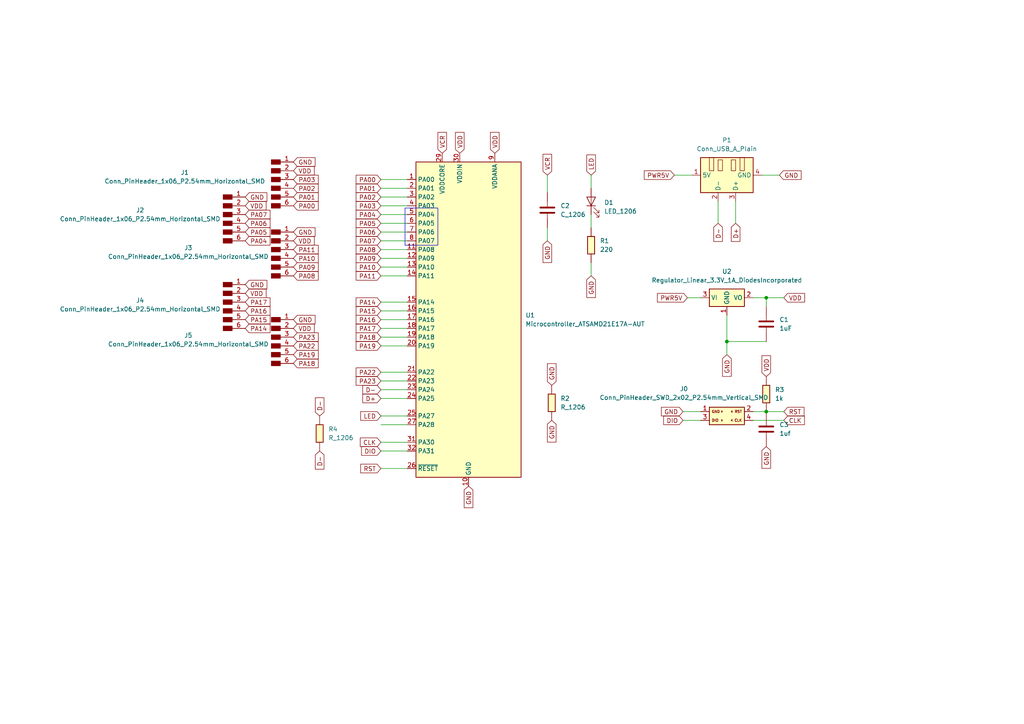
<source format=kicad_sch>
(kicad_sch (version 20231120) (generator "eeschema") (generator_version "8.0")
  (paper "A4")
  (lib_symbols
    (symbol "fab:C_1206" (pin_numbers hide)
      (property "Reference" "C" (at 0.635 2.54 0))
      (property "Value" "C_1206" (at 0.635 -2.54 0))
      (symbol "C_1206_0_1"
        (polyline (pts (xy -2.032 -0.762) (xy 2.032 -0.762)) (stroke (width 0.508)))
        (polyline (pts (xy -2.032 0.762) (xy 2.032 0.762)) (stroke (width 0.508)))
        (polyline (pts (xy 0 -0.635) (xy 0 -2.54)))
        (polyline (pts (xy 0 0.635) (xy 0 2.54)))
      )
      (symbol "C_1206_1_1"
        (pin passive line (at 0 5.08 270) (length 2.54) (name "~") (number "1"))
        (pin passive line (at 0 -5.08 90) (length 2.54) (name "~") (number "2"))
      )
    )
    (symbol "fab:Conn_PinHeader_1x06_P2.54mm_Horizontal_SMD" (pin_names hide)
      (property "Reference" "J" (at 0 7.62 0))
      (property "Value" "Conn_PinHeader_1x06_P2.54mm_Horizontal_SMD" (at 0 -10.16 0))
      (symbol "Conn_PinHeader_1x06_P2.54mm_Horizontal_SMD_1_1"
        (rectangle (start -1.27 -6.985) (end 1.27 -8.255) (stroke (width 0.254)) (fill (type outline)))
        (rectangle (start -1.27 -4.445) (end 1.27 -5.715) (stroke (width 0.254)) (fill (type outline)))
        (rectangle (start -1.27 -1.905) (end 1.27 -3.175) (stroke (width 0.254)) (fill (type outline)))
        (rectangle (start -1.27 0.635) (end 1.27 -0.635) (stroke (width 0.254)) (fill (type outline)))
        (rectangle (start -1.27 3.175) (end 1.27 1.905) (stroke (width 0.254)) (fill (type outline)))
        (rectangle (start -1.27 5.715) (end 1.27 4.445) (stroke (width 0.254)) (fill (type outline)))
        (pin passive line (at 5.08 5.08 180) (length 3.81) (name "Pin_1") (number "1"))
        (pin passive line (at 5.08 2.54 180) (length 3.81) (name "Pin_2") (number "2"))
        (pin passive line (at 5.08 0 180) (length 3.81) (name "Pin_3") (number "3"))
        (pin passive line (at 5.08 -2.54 180) (length 3.81) (name "Pin_4") (number "4"))
        (pin passive line (at 5.08 -5.08 180) (length 3.81) (name "Pin_5") (number "5"))
        (pin passive line (at 5.08 -7.62 180) (length 3.81) (name "Pin_6") (number "6"))
      )
    )
    (symbol "fab:Conn_PinHeader_SWD_2x02_P2.54mm_Vertical_SMD"
      (property "Reference" "J" (at 0 3.81 0))
      (property "Value" "Conn_PinHeader_SWD_2x02_P2.54mm_Vertical_SMD" (at 0 -3.81 0))
      (symbol "Conn_PinHeader_SWD_2x02_P2.54mm_Vertical_SMD_0_0"
        (text "CLK" (at 4.445 -1.27 0) (effects (font (size 0.75 0.75)) (justify right)))
        (text "DIO" (at -4.445 -1.27 0) (effects (font (size 0.75 0.75)) (justify left)))
        (text "GND" (at -4.445 1.27 0) (effects (font (size 0.75 0.75)) (justify left)))
        (text "RST" (at 4.445 1.27 0) (effects (font (size 0.75 0.75)) (justify right)))
      )
      (symbol "Conn_PinHeader_SWD_2x02_P2.54mm_Vertical_SMD_0_1"
        (polyline (pts (xy -1.524 -1.016) (xy -1.27 -1.27) (xy -1.524 -1.524) (xy -1.524 -1.016)) (fill (type outline)))
        (polyline (pts (xy -1.524 1.524) (xy -1.27 1.27) (xy -1.524 1.016) (xy -1.524 1.524)) (fill (type outline)))
        (polyline (pts (xy 1.524 -1.016) (xy 1.27 -1.27) (xy 1.524 -1.524) (xy 1.524 -1.016)) (fill (type outline)))
        (polyline (pts (xy 1.524 1.524) (xy 1.27 1.27) (xy 1.524 1.016) (xy 1.524 1.524)) (fill (type outline)))
      )
      (symbol "Conn_PinHeader_SWD_2x02_P2.54mm_Vertical_SMD_1_1"
        (rectangle (start -5.08 2.54) (end 5.08 -2.54) (stroke (width 0.254)) (fill (type background)))
        (pin passive line (at -7.62 1.27 0) (length 2.54) (name "") (number "1"))
        (pin passive line (at 7.62 1.27 180) (length 2.54) (name "") (number "2"))
        (pin passive line (at -7.62 -1.27 0) (length 2.54) (name "") (number "3"))
        (pin passive line (at 7.62 -1.27 180) (length 2.54) (name "") (number "4"))
      )
    )
    (symbol "fab:Conn_USB_A_Plain"
      (property "Reference" "P" (at -5.08 8.89 0))
      (property "Value" "Conn_USB_A_Plain" (at 1.27 8.89 0))
      (symbol "Conn_USB_A_Plain_0_1"
        (rectangle (start -5.08 7.62) (end 5.08 -7.62) (stroke (width 0.254)) (fill (type background)))
        (rectangle (start 1.27 -3.81) (end 5.08 -5.08))
        (rectangle (start 1.27 -1.27) (end 4.445 -2.54))
        (rectangle (start 1.27 2.54) (end 4.445 1.27))
        (rectangle (start 1.27 5.08) (end 5.08 3.81))
      )
      (symbol "Conn_USB_A_Plain_1_1"
        (pin power_in line (at 0 10.16 270) (length 2.54) (name "5V") (number "1"))
        (pin bidirectional line (at -7.62 2.54 0) (length 2.54) (name "D-") (number "2"))
        (pin bidirectional line (at -7.62 -2.54 0) (length 2.54) (name "D+") (number "3"))
        (pin power_in line (at 0 -10.16 90) (length 2.54) (name "GND") (number "4"))
      )
    )
    (symbol "fab:LED_1206" (pin_numbers hide) (pin_names (offset 1.016) hide)
      (property "Reference" "D" (at 0 2.54 0))
      (property "Value" "LED_1206" (at 0 -2.54 0))
      (symbol "LED_1206_0_1"
        (polyline (pts (xy -1.27 -1.27) (xy -1.27 1.27)) (stroke (width 0.2032)))
        (polyline (pts (xy -1.27 0) (xy 1.27 0)))
        (polyline (pts (xy 1.27 -1.27) (xy 1.27 1.27) (xy -1.27 0) (xy 1.27 -1.27)) (stroke (width 0.2032)))
        (polyline (pts (xy -3.048 -0.762) (xy -4.572 -2.286) (xy -3.81 -2.286) (xy -4.572 -2.286) (xy -4.572 -1.524)))
        (polyline (pts (xy -1.778 -0.762) (xy -3.302 -2.286) (xy -2.54 -2.286) (xy -3.302 -2.286) (xy -3.302 -1.524)))
      )
      (symbol "LED_1206_1_1"
        (pin passive line (at -3.81 0 0) (length 2.54) (name "K") (number "1"))
        (pin passive line (at 3.81 0 180) (length 2.54) (name "A") (number "2"))
      )
    )
    (symbol "fab:Microcontroller_ATSAMD21E17A-AUT"
      (property "Reference" "U" (at -13.97 46.99 0))
      (property "Value" "Microcontroller_ATSAMD21E17A-AUT" (at 16.51 46.99 0))
      (symbol "Microcontroller_ATSAMD21E17A-AUT_1_1"
        (rectangle (start -15.24 45.72) (end 15.24 -45.72) (stroke (width 0.254)) (fill (type background)))
        (pin bidirectional line (at -17.78 40.64 0) (length 2.54) (name "PA00") (number "1"))
        (pin power_in line (at 0 -48.26 90) (length 2.54) (name "GND") (number "10"))
        (pin bidirectional line (at -17.78 20.32 0) (length 2.54) (name "PA08") (number "11"))
        (pin bidirectional line (at -17.78 17.78 0) (length 2.54) (name "PA09") (number "12"))
        (pin bidirectional line (at -17.78 15.24 0) (length 2.54) (name "PA10") (number "13"))
        (pin bidirectional line (at -17.78 12.7 0) (length 2.54) (name "PA11") (number "14"))
        (pin bidirectional line (at -17.78 5.08 0) (length 2.54) (name "PA14") (number "15"))
        (pin bidirectional line (at -17.78 2.54 0) (length 2.54) (name "PA15") (number "16"))
        (pin bidirectional line (at -17.78 0 0) (length 2.54) (name "PA16") (number "17"))
        (pin bidirectional line (at -17.78 -2.54 0) (length 2.54) (name "PA17") (number "18"))
        (pin bidirectional line (at -17.78 -5.08 0) (length 2.54) (name "PA18") (number "19"))
        (pin bidirectional line (at -17.78 38.1 0) (length 2.54) (name "PA01") (number "2"))
        (pin bidirectional line (at -17.78 -7.62 0) (length 2.54) (name "PA19") (number "20"))
        (pin bidirectional line (at -17.78 -15.24 0) (length 2.54) (name "PA22") (number "21"))
        (pin bidirectional line (at -17.78 -17.78 0) (length 2.54) (name "PA23") (number "22"))
        (pin bidirectional line (at -17.78 -20.32 0) (length 2.54) (name "PA24") (number "23"))
        (pin bidirectional line (at -17.78 -22.86 0) (length 2.54) (name "PA25") (number "24"))
        (pin bidirectional line (at -17.78 -27.94 0) (length 2.54) (name "PA27") (number "25"))
        (pin input line (at -17.78 -43.18 0) (length 2.54) (name "~{RESET}") (number "26"))
        (pin bidirectional line (at -17.78 -30.48 0) (length 2.54) (name "PA28") (number "27"))
        (pin passive line (at 0 -48.26 90) (length 2.54) hide (name "GND") (number "28"))
        (pin power_out line (at -7.62 48.26 270) (length 2.54) (name "VDDCORE") (number "29"))
        (pin bidirectional line (at -17.78 35.56 0) (length 2.54) (name "PA02") (number "3"))
        (pin power_in line (at -2.54 48.26 270) (length 2.54) (name "VDDIN") (number "30"))
        (pin bidirectional line (at -17.78 -35.56 0) (length 2.54) (name "PA30") (number "31"))
        (pin bidirectional line (at -17.78 -38.1 0) (length 2.54) (name "PA31") (number "32"))
        (pin bidirectional line (at -17.78 33.02 0) (length 2.54) (name "PA03") (number "4"))
        (pin bidirectional line (at -17.78 30.48 0) (length 2.54) (name "PA04") (number "5"))
        (pin bidirectional line (at -17.78 27.94 0) (length 2.54) (name "PA05") (number "6"))
        (pin bidirectional line (at -17.78 25.4 0) (length 2.54) (name "PA06") (number "7"))
        (pin bidirectional line (at -17.78 22.86 0) (length 2.54) (name "PA07") (number "8"))
        (pin power_in line (at 7.62 48.26 270) (length 2.54) (name "VDDANA") (number "9"))
      )
    )
    (symbol "fab:R_1206" (pin_numbers hide) (pin_names (offset 0))
      (property "Reference" "R" (at 2.54 0 90))
      (property "Value" "R_1206" (at -2.54 0 90))
      (symbol "R_1206_0_1"
        (rectangle (start -1.016 -2.54) (end 1.016 2.54) (stroke (width 0.254)) (fill (type background)))
      )
      (symbol "R_1206_1_1"
        (pin passive line (at 0 5.08 270) (length 2.54) (name "~") (number "1"))
        (pin passive line (at 0 -5.08 90) (length 2.54) (name "~") (number "2"))
      )
    )
    (symbol "fab:Regulator_Linear_3.3V_1A_DiodesIncorporated"
      (property "Reference" "U" (at -5.08 6.35 0))
      (property "Value" "Regulator_Linear_3.3V_1A_DiodesIncorporated" (at -5.08 3.81 0))
      (symbol "Regulator_Linear_3.3V_1A_DiodesIncorporated_0_1"
        (rectangle (start -5.08 2.54) (end 5.08 -2.54) (stroke (width 0.254)) (fill (type background)))
      )
      (symbol "Regulator_Linear_3.3V_1A_DiodesIncorporated_1_1"
        (pin power_in line (at 0 -5.08 90) (length 2.54) (name "GND") (number "1"))
        (pin power_out line (at 7.62 0 180) (length 2.54) (name "VO") (number "2"))
        (pin power_in line (at -7.62 0 0) (length 2.54) (name "VI") (number "3"))
      )
    )
  )
  (junction (at 222.25 119.38))
  (junction (at 222.25 86.36))
  (junction (at 210.82 99.06))
  (wire (pts (xy 195.58 50.8) (xy 200.66 50.8)))
  (wire (pts (xy 158.75 50.8) (xy 158.75 55.88)))
  (wire (pts (xy 218.44 86.36) (xy 222.25 86.36)))
  (wire (pts (xy 110.49 92.71) (xy 118.11 92.71)))
  (wire (pts (xy 199.39 86.36) (xy 203.2 86.36)))
  (wire (pts (xy 110.49 95.25) (xy 118.11 95.25)))
  (wire (pts (xy 220.98 50.8) (xy 226.06 50.8)))
  (wire (pts (xy 110.49 72.39) (xy 118.11 72.39)))
  (wire (pts (xy 110.49 69.85) (xy 118.11 69.85)))
  (wire (pts (xy 110.49 54.61) (xy 118.11 54.61)))
  (wire (pts (xy 222.25 86.36) (xy 227.33 86.36)))
  (wire (pts (xy 110.49 97.79) (xy 118.11 97.79)))
  (wire (pts (xy 110.49 59.69) (xy 118.11 59.69)))
  (wire (pts (xy 171.45 62.23) (xy 171.45 66.04)))
  (wire (pts (xy 218.44 119.38) (xy 222.25 119.38)))
  (wire (pts (xy 110.49 80.01) (xy 118.11 80.01)))
  (wire (pts (xy 110.49 107.95) (xy 118.11 107.95)))
  (wire (pts (xy 171.45 76.2) (xy 171.45 80.01)))
  (wire (pts (xy 110.49 115.57) (xy 118.11 115.57)))
  (wire (pts (xy 171.45 50.8) (xy 171.45 54.61)))
  (wire (pts (xy 110.49 64.77) (xy 118.11 64.77)))
  (wire (pts (xy 158.75 66.04) (xy 158.75 69.85)))
  (wire (pts (xy 222.25 86.36) (xy 222.25 88.9)))
  (wire (pts (xy 198.12 119.38) (xy 203.2 119.38)))
  (wire (pts (xy 110.49 113.03) (xy 118.11 113.03)))
  (wire (pts (xy 110.49 120.65) (xy 118.11 120.65)))
  (wire (pts (xy 110.49 130.81) (xy 118.11 130.81)))
  (wire (pts (xy 110.49 128.27) (xy 118.11 128.27)))
  (wire (pts (xy 210.82 99.06) (xy 222.25 99.06)))
  (wire (pts (xy 218.44 121.92) (xy 227.33 121.92)))
  (wire (pts (xy 110.49 57.15) (xy 118.11 57.15)))
  (wire (pts (xy 198.12 121.92) (xy 203.2 121.92)))
  (wire (pts (xy 222.25 119.38) (xy 227.33 119.38)))
  (wire (pts (xy 110.49 123.19) (xy 118.11 123.19)))
  (wire (pts (xy 210.82 99.06) (xy 210.82 102.87)))
  (wire (pts (xy 208.28 58.42) (xy 208.28 64.77)))
  (wire (pts (xy 110.49 77.47) (xy 118.11 77.47)))
  (wire (pts (xy 110.49 135.89) (xy 118.11 135.89)))
  (wire (pts (xy 213.36 58.42) (xy 213.36 64.77)))
  (wire (pts (xy 110.49 67.31) (xy 118.11 67.31)))
  (wire (pts (xy 110.49 100.33) (xy 118.11 100.33)))
  (wire (pts (xy 110.49 74.93) (xy 118.11 74.93)))
  (wire (pts (xy 210.82 91.44) (xy 210.82 99.06)))
  (wire (pts (xy 110.49 90.17) (xy 118.11 90.17)))
  (wire (pts (xy 110.49 110.49) (xy 118.11 110.49)))
  (wire (pts (xy 110.49 52.07) (xy 118.11 52.07)))
  (wire (pts (xy 110.49 87.63) (xy 118.11 87.63)))
  (wire (pts (xy 110.49 62.23) (xy 118.11 62.23)))
  (rectangle (start 117.475 60.325) (end 127 71.12))
  (global_label "PA10" (shape input) (at 85.09 74.93 0) (property "Intersheetrefs" "${INTERSHEET_REFS}" (effects (hide yes))))
  (global_label "GND" (shape input) (at 226.06 50.8 0) (property "Intersheetrefs" "${INTERSHEET_REFS}" (effects (hide yes))))
  (global_label "GND" (shape input) (at 71.12 82.55 0) (property "Intersheetrefs" "${INTERSHEET_REFS}" (effects (hide yes))))
  (global_label "PA08" (shape input) (at 85.09 80.01 0) (property "Intersheetrefs" "${INTERSHEET_REFS}" (effects (hide yes))))
  (global_label "GND" (shape input) (at 171.45 80.01 270) (property "Intersheetrefs" "${INTERSHEET_REFS}" (effects (hide yes))))
  (global_label "PWR5V" (shape input) (at 199.39 86.36 180) (property "Intersheetrefs" "${INTERSHEET_REFS}" (effects (hide yes))))
  (global_label "PA19" (shape input) (at 85.09 102.87 0) (property "Intersheetrefs" "${INTERSHEET_REFS}" (effects (hide yes))))
  (global_label "GND" (shape input) (at 135.89 140.97 270) (property "Intersheetrefs" "${INTERSHEET_REFS}" (effects (hide yes))))
  (global_label "CLK" (shape input) (at 227.33 121.92 0) (property "Intersheetrefs" "${INTERSHEET_REFS}" (effects (hide yes))))
  (global_label "PA19" (shape input) (at 110.49 100.33 180) (property "Intersheetrefs" "${INTERSHEET_REFS}" (effects (hide yes))))
  (global_label "PA06" (shape input) (at 71.12 64.77 0) (property "Intersheetrefs" "${INTERSHEET_REFS}" (effects (hide yes))))
  (global_label "GND" (shape input) (at 222.25 129.54 270) (property "Intersheetrefs" "${INTERSHEET_REFS}" (effects (hide yes))))
  (global_label "PA17" (shape input) (at 71.12 87.63 0) (property "Intersheetrefs" "${INTERSHEET_REFS}" (effects (hide yes))))
  (global_label "PA06" (shape input) (at 110.49 67.31 180) (property "Intersheetrefs" "${INTERSHEET_REFS}" (effects (hide yes))))
  (global_label "PA05" (shape input) (at 110.49 64.77 180) (property "Intersheetrefs" "${INTERSHEET_REFS}" (effects (hide yes))))
  (global_label "PA02" (shape input) (at 85.09 54.61 0) (property "Intersheetrefs" "${INTERSHEET_REFS}" (effects (hide yes))))
  (global_label "VDD" (shape input) (at 85.09 49.53 0) (property "Intersheetrefs" "${INTERSHEET_REFS}" (effects (hide yes))))
  (global_label "VDD" (shape input) (at 71.12 85.09 0) (property "Intersheetrefs" "${INTERSHEET_REFS}" (effects (hide yes))))
  (global_label "VDD" (shape input) (at 143.51 44.45 90) (property "Intersheetrefs" "${INTERSHEET_REFS}" (effects (hide yes))))
  (global_label "PA00" (shape input) (at 110.49 52.07 180) (property "Intersheetrefs" "${INTERSHEET_REFS}" (effects (hide yes))))
  (global_label "D-" (shape input) (at 92.71 120.65 90) (property "Intersheetrefs" "${INTERSHEET_REFS}" (effects (hide yes))))
  (global_label "RST" (shape input) (at 227.33 119.38 0) (property "Intersheetrefs" "${INTERSHEET_REFS}" (effects (hide yes))))
  (global_label "PA00" (shape input) (at 85.09 59.69 0) (property "Intersheetrefs" "${INTERSHEET_REFS}" (effects (hide yes))))
  (global_label "PA18" (shape input) (at 85.09 105.41 0) (property "Intersheetrefs" "${INTERSHEET_REFS}" (effects (hide yes))))
  (global_label "VDD" (shape input) (at 227.33 86.36 0) (property "Intersheetrefs" "${INTERSHEET_REFS}" (effects (hide yes))))
  (global_label "PA04" (shape input) (at 110.49 62.23 180) (property "Intersheetrefs" "${INTERSHEET_REFS}" (effects (hide yes))))
  (global_label "VDD" (shape input) (at 85.09 95.25 0) (property "Intersheetrefs" "${INTERSHEET_REFS}" (effects (hide yes))))
  (global_label "PA16" (shape input) (at 71.12 90.17 0) (property "Intersheetrefs" "${INTERSHEET_REFS}" (effects (hide yes))))
  (global_label "PA15" (shape input) (at 71.12 92.71 0) (property "Intersheetrefs" "${INTERSHEET_REFS}" (effects (hide yes))))
  (global_label "RST" (shape input) (at 110.49 135.89 180) (property "Intersheetrefs" "${INTERSHEET_REFS}" (effects (hide yes))))
  (global_label "PA23" (shape input) (at 85.09 97.79 0) (property "Intersheetrefs" "${INTERSHEET_REFS}" (effects (hide yes))))
  (global_label "LED" (shape input) (at 171.45 50.8 90) (property "Intersheetrefs" "${INTERSHEET_REFS}" (effects (hide yes))))
  (global_label "PA09" (shape input) (at 85.09 77.47 0) (property "Intersheetrefs" "${INTERSHEET_REFS}" (effects (hide yes))))
  (global_label "VCR" (shape input) (at 128.27 44.45 90) (property "Intersheetrefs" "${INTERSHEET_REFS}" (effects (hide yes))))
  (global_label "PA14" (shape input) (at 71.12 95.25 0) (property "Intersheetrefs" "${INTERSHEET_REFS}" (effects (hide yes))))
  (global_label "GND" (shape input) (at 71.12 57.15 0) (property "Intersheetrefs" "${INTERSHEET_REFS}" (effects (hide yes))))
  (global_label "DIO" (shape input) (at 198.12 121.92 180) (property "Intersheetrefs" "${INTERSHEET_REFS}" (effects (hide yes))))
  (global_label "VCR" (shape input) (at 158.75 50.8 90) (property "Intersheetrefs" "${INTERSHEET_REFS}" (effects (hide yes))))
  (global_label "VDD" (shape input) (at 85.09 69.85 0) (property "Intersheetrefs" "${INTERSHEET_REFS}" (effects (hide yes))))
  (global_label "PA18" (shape input) (at 110.49 97.79 180) (property "Intersheetrefs" "${INTERSHEET_REFS}" (effects (hide yes))))
  (global_label "LED" (shape input) (at 110.49 120.65 180) (property "Intersheetrefs" "${INTERSHEET_REFS}" (effects (hide yes))))
  (global_label "CLK" (shape input) (at 110.49 128.27 180) (property "Intersheetrefs" "${INTERSHEET_REFS}" (effects (hide yes))))
  (global_label "PA07" (shape input) (at 110.49 69.85 180) (property "Intersheetrefs" "${INTERSHEET_REFS}" (effects (hide yes))))
  (global_label "PA22" (shape input) (at 110.49 107.95 180) (property "Intersheetrefs" "${INTERSHEET_REFS}" (effects (hide yes))))
  (global_label "D-" (shape input) (at 110.49 113.03 180) (property "Intersheetrefs" "${INTERSHEET_REFS}" (effects (hide yes))))
  (global_label "PA09" (shape input) (at 110.49 74.93 180) (property "Intersheetrefs" "${INTERSHEET_REFS}" (effects (hide yes))))
  (global_label "GND" (shape input) (at 85.09 92.71 0) (property "Intersheetrefs" "${INTERSHEET_REFS}" (effects (hide yes))))
  (global_label "PA23" (shape input) (at 110.49 110.49 180) (property "Intersheetrefs" "${INTERSHEET_REFS}" (effects (hide yes))))
  (global_label "PA01" (shape input) (at 85.09 57.15 0) (property "Intersheetrefs" "${INTERSHEET_REFS}" (effects (hide yes))))
  (global_label "D+" (shape input) (at 110.49 115.57 180) (property "Intersheetrefs" "${INTERSHEET_REFS}" (effects (hide yes))))
  (global_label "D+" (shape input) (at 213.36 64.77 270) (property "Intersheetrefs" "${INTERSHEET_REFS}" (effects (hide yes))))
  (global_label "PA03" (shape input) (at 110.49 59.69 180) (property "Intersheetrefs" "${INTERSHEET_REFS}" (effects (hide yes))))
  (global_label "D-" (shape input) (at 92.71 130.81 270) (property "Intersheetrefs" "${INTERSHEET_REFS}" (effects (hide yes))))
  (global_label "PA22" (shape input) (at 85.09 100.33 0) (property "Intersheetrefs" "${INTERSHEET_REFS}" (effects (hide yes))))
  (global_label "VDD" (shape input) (at 133.35 44.45 90) (property "Intersheetrefs" "${INTERSHEET_REFS}" (effects (hide yes))))
  (global_label "GND" (shape input) (at 160.02 121.92 270) (property "Intersheetrefs" "${INTERSHEET_REFS}" (effects (hide yes))))
  (global_label "PA08" (shape input) (at 110.49 72.39 180) (property "Intersheetrefs" "${INTERSHEET_REFS}" (effects (hide yes))))
  (global_label "VDD" (shape input) (at 71.12 59.69 0) (property "Intersheetrefs" "${INTERSHEET_REFS}" (effects (hide yes))))
  (global_label "GND" (shape input) (at 210.82 102.87 270) (property "Intersheetrefs" "${INTERSHEET_REFS}" (effects (hide yes))))
  (global_label "GND" (shape input) (at 158.75 69.85 270) (property "Intersheetrefs" "${INTERSHEET_REFS}" (effects (hide yes))))
  (global_label "DIO" (shape input) (at 110.49 130.81 180) (property "Intersheetrefs" "${INTERSHEET_REFS}" (effects (hide yes))))
  (global_label "PA02" (shape input) (at 110.49 57.15 180) (property "Intersheetrefs" "${INTERSHEET_REFS}" (effects (hide yes))))
  (global_label "VDD" (shape input) (at 222.25 109.22 90) (property "Intersheetrefs" "${INTERSHEET_REFS}" (effects (hide yes))))
  (global_label "PA03" (shape input) (at 85.09 52.07 0) (property "Intersheetrefs" "${INTERSHEET_REFS}" (effects (hide yes))))
  (global_label "PA07" (shape input) (at 71.12 62.23 0) (property "Intersheetrefs" "${INTERSHEET_REFS}" (effects (hide yes))))
  (global_label "D-" (shape input) (at 208.28 64.77 270) (property "Intersheetrefs" "${INTERSHEET_REFS}" (effects (hide yes))))
  (global_label "PA10" (shape input) (at 110.49 77.47 180) (property "Intersheetrefs" "${INTERSHEET_REFS}" (effects (hide yes))))
  (global_label "GND" (shape input) (at 85.09 67.31 0) (property "Intersheetrefs" "${INTERSHEET_REFS}" (effects (hide yes))))
  (global_label "GND" (shape input) (at 198.12 119.38 180) (property "Intersheetrefs" "${INTERSHEET_REFS}" (effects (hide yes))))
  (global_label "PA01" (shape input) (at 110.49 54.61 180) (property "Intersheetrefs" "${INTERSHEET_REFS}" (effects (hide yes))))
  (global_label "PA11" (shape input) (at 110.49 80.01 180) (property "Intersheetrefs" "${INTERSHEET_REFS}" (effects (hide yes))))
  (global_label "PA11" (shape input) (at 85.09 72.39 0) (property "Intersheetrefs" "${INTERSHEET_REFS}" (effects (hide yes))))
  (global_label "PA04" (shape input) (at 71.12 69.85 0) (property "Intersheetrefs" "${INTERSHEET_REFS}" (effects (hide yes))))
  (global_label "PA14" (shape input) (at 110.49 87.63 180) (property "Intersheetrefs" "${INTERSHEET_REFS}" (effects (hide yes))))
  (global_label "GND" (shape input) (at 160.02 111.76 90) (property "Intersheetrefs" "${INTERSHEET_REFS}" (effects (hide yes))))
  (global_label "PWR5V" (shape input) (at 195.58 50.8 180) (property "Intersheetrefs" "${INTERSHEET_REFS}" (effects (hide yes))))
  (global_label "GND" (shape input) (at 85.09 46.99 0) (property "Intersheetrefs" "${INTERSHEET_REFS}" (effects (hide yes))))
  (global_label "PA17" (shape input) (at 110.49 95.25 180) (property "Intersheetrefs" "${INTERSHEET_REFS}" (effects (hide yes))))
  (global_label "PA16" (shape input) (at 110.49 92.71 180) (property "Intersheetrefs" "${INTERSHEET_REFS}" (effects (hide yes))))
  (global_label "PA05" (shape input) (at 71.12 67.31 0) (property "Intersheetrefs" "${INTERSHEET_REFS}" (effects (hide yes))))
  (global_label "PA15" (shape input) (at 110.49 90.17 180) (property "Intersheetrefs" "${INTERSHEET_REFS}" (effects (hide yes))))
  (symbol (lib_id "fab:R_1206") (at 171.45 71.12 0) (unit 1)
    (property "Reference" "R1" (at 173.99 69.8499 0) (effects (justify left)))
    (property "Value" "220" (at 173.99 72.3899 0) (effects (justify left)))
    (property "Footprint" "fab:R_1206" (effects (hide yes)))
    (property "Description" "Resistor" (effects (hide yes)))
  )
  (symbol (lib_id "fab:Conn_PinHeader_1x06_P2.54mm_Horizontal_SMD") (at 66.04 87.63 0) (unit 1)
    (property "Reference" "J4" (at 40.64 87.122 0))
    (property "Value" "Conn_PinHeader_1x06_P2.54mm_Horizontal_SMD" (at 40.64 89.662 0))
    (property "Footprint" "fab:PinHeader_1x06_P2.54mm_Horizontal_SMD" (effects (hide yes)))
    (property "Datasheet" "https://gct.co/files/specs/2.54mm-socket-spec.pdf" (effects (hide yes)))
    (property "Description" "Male connector, single row" (effects (hide yes)))
  )
  (symbol (lib_id "fab:Conn_USB_A_Plain") (at 210.82 50.8 90) (unit 1)
    (property "Reference" "P1" (at 210.82 40.64 90))
    (property "Value" "Conn_USB_A_Plain" (at 210.82 43.18 90))
    (property "Footprint" "fab:Conn_USB_A_Plain" (effects (hide yes)))
    (property "Description" "Plain USB connector that can be milled with as PCB milling machine " (effects (hide yes)))
  )
  (symbol (lib_id "fab:LED_1206") (at 171.45 58.42 90) (unit 1)
    (property "Reference" "D1" (at 175.26 58.7501 90) (effects (justify right)))
    (property "Value" "LED_1206" (at 175.26 61.2901 90) (effects (justify right)))
    (property "Footprint" "fab:LED_1206" (effects (hide yes)))
    (property "Datasheet" "https://optoelectronics.liteon.com/upload/download/DS-22-98-0002/LTST-C150CKT.pdf" (effects (hide yes)))
    (property "Description" "Light emitting diode, Lite-On Inc. LTST, SMD" (effects (hide yes)))
  )
  (symbol (lib_id "fab:Microcontroller_ATSAMD21E17A-AUT") (at 135.89 92.71 0) (unit 1)
    (property "Reference" "U1" (at 152.4 91.4399 0) (effects (justify left)))
    (property "Value" "Microcontroller_ATSAMD21E17A-AUT" (at 152.4 93.9799 0) (effects (justify left)))
    (property "Footprint" "fab:TQFP-32_7x7mm_P0.8mm" (effects (hide yes)))
    (property "Datasheet" "https://ww1.microchip.com/downloads/en/DeviceDoc/SAM_D21_DA1_Family_DataSheet_DS40001882F.pdf" (effects (hide yes)))
    (property "Description" "SAM D21 Microchip SMART ARM-based Flash MCU, 48Mhz, 32K Flash, 4K SRAM, TQFP-32" (effects (hide yes)))
  )
  (symbol (lib_id "fab:Conn_PinHeader_1x06_P2.54mm_Horizontal_SMD") (at 80.01 52.07 0) (unit 1)
    (property "Reference" "J1" (at 53.594 50.038 0))
    (property "Value" "Conn_PinHeader_1x06_P2.54mm_Horizontal_SMD" (at 53.594 52.578 0))
    (property "Footprint" "fab:PinHeader_1x06_P2.54mm_Horizontal_SMD" (effects (hide yes)))
    (property "Datasheet" "https://gct.co/files/specs/2.54mm-socket-spec.pdf" (effects (hide yes)))
    (property "Description" "Male connector, single row" (effects (hide yes)))
  )
  (symbol (lib_id "fab:Conn_PinHeader_1x06_P2.54mm_Horizontal_SMD") (at 80.01 72.39 0) (unit 1)
    (property "Reference" "J3" (at 54.61 71.882 0))
    (property "Value" "Conn_PinHeader_1x06_P2.54mm_Horizontal_SMD" (at 54.61 74.422 0))
    (property "Footprint" "fab:PinHeader_1x06_P2.54mm_Horizontal_SMD" (effects (hide yes)))
    (property "Datasheet" "https://gct.co/files/specs/2.54mm-socket-spec.pdf" (effects (hide yes)))
    (property "Description" "Male connector, single row" (effects (hide yes)))
  )
  (symbol (lib_id "fab:Conn_PinHeader_1x06_P2.54mm_Horizontal_SMD") (at 80.01 97.79 0) (unit 1)
    (property "Reference" "J5" (at 54.61 97.282 0))
    (property "Value" "Conn_PinHeader_1x06_P2.54mm_Horizontal_SMD" (at 54.61 99.822 0))
    (property "Footprint" "fab:PinHeader_1x06_P2.54mm_Horizontal_SMD" (effects (hide yes)))
    (property "Datasheet" "https://gct.co/files/specs/2.54mm-socket-spec.pdf" (effects (hide yes)))
    (property "Description" "Male connector, single row" (effects (hide yes)))
  )
  (symbol (lib_id "fab:R_1206") (at 160.02 116.84 0) (unit 1)
    (property "Reference" "R2" (at 162.56 115.5699 0) (effects (justify left)))
    (property "Value" "R_1206" (at 162.56 118.1099 0) (effects (justify left)))
    (property "Footprint" "fab:R_1206" (effects (hide yes)))
    (property "Description" "Resistor" (effects (hide yes)))
  )
  (symbol (lib_id "fab:R_1206") (at 222.25 114.3 0) (unit 1)
    (property "Reference" "R3" (at 224.79 113.0299 0) (effects (justify left)))
    (property "Value" "1k" (at 224.79 115.5699 0) (effects (justify left)))
    (property "Footprint" "fab:R_1206" (effects (hide yes)))
    (property "Description" "Resistor" (effects (hide yes)))
  )
  (symbol (lib_id "fab:C_1206") (at 222.25 93.98 0) (unit 1)
    (property "Reference" "C1" (at 226.06 92.7099 0) (effects (justify left)))
    (property "Value" "1uF" (at 226.06 95.2499 0) (effects (justify left)))
    (property "Footprint" "fab:C_1206" (effects (hide yes)))
    (property "Datasheet" "https://www.yageo.com/upload/media/product/productsearch/datasheet/mlcc/UPY-GP_NP0_16V-to-50V_18.pdf" (effects (hide yes)))
    (property "Description" "Unpolarized capacitor, SMD, 1206" (effects (hide yes)))
  )
  (symbol (lib_id "fab:Conn_PinHeader_1x06_P2.54mm_Horizontal_SMD") (at 66.04 62.23 0) (unit 1)
    (property "Reference" "J2" (at 40.64 60.96 0))
    (property "Value" "Conn_PinHeader_1x06_P2.54mm_Horizontal_SMD" (at 40.64 63.5 0))
    (property "Footprint" "fab:PinHeader_1x06_P2.54mm_Horizontal_SMD" (effects (hide yes)))
    (property "Datasheet" "https://gct.co/files/specs/2.54mm-socket-spec.pdf" (effects (hide yes)))
    (property "Description" "Male connector, single row" (effects (hide yes)))
  )
  (symbol (lib_id "fab:R_1206") (at 92.71 125.73 0) (unit 1)
    (property "Reference" "R4" (at 95.25 124.4599 0) (effects (justify left)))
    (property "Value" "R_1206" (at 95.25 126.9999 0) (effects (justify left)))
    (property "Footprint" "fab:R_1206" (effects (hide yes)))
    (property "Description" "Resistor" (effects (hide yes)))
  )
  (symbol (lib_id "fab:C_1206") (at 222.25 124.46 0) (unit 1)
    (property "Reference" "C3" (at 226.06 123.1899 0) (effects (justify left)))
    (property "Value" "1uf" (at 226.06 125.7299 0) (effects (justify left)))
    (property "Footprint" "fab:C_1206" (effects (hide yes)))
    (property "Datasheet" "https://www.yageo.com/upload/media/product/productsearch/datasheet/mlcc/UPY-GP_NP0_16V-to-50V_18.pdf" (effects (hide yes)))
    (property "Description" "Unpolarized capacitor, SMD, 1206" (effects (hide yes)))
  )
  (symbol (lib_id "fab:C_1206") (at 158.75 60.96 0) (unit 1)
    (property "Reference" "C2" (at 162.56 59.6899 0) (effects (justify left)))
    (property "Value" "C_1206" (at 162.56 62.2299 0) (effects (justify left)))
    (property "Footprint" "fab:C_1206" (effects (hide yes)))
    (property "Datasheet" "https://www.yageo.com/upload/media/product/productsearch/datasheet/mlcc/UPY-GP_NP0_16V-to-50V_18.pdf" (effects (hide yes)))
    (property "Description" "Unpolarized capacitor, SMD, 1206" (effects (hide yes)))
  )
  (symbol (lib_id "fab:Conn_PinHeader_SWD_2x02_P2.54mm_Vertical_SMD") (at 210.82 120.65 0) (unit 1)
    (property "Reference" "J0" (at 198.374 112.776 0))
    (property "Value" "Conn_PinHeader_SWD_2x02_P2.54mm_Vertical_SMD" (at 198.374 115.316 0))
    (property "Footprint" "fab:PinHeader_2x02_P2.54mm_Vertical_SMD" (effects (hide yes)))
    (property "Datasheet" "https://cdn.amphenol-icc.com/media/wysiwyg/files/drawing/95278.pdf" (effects (hide yes)))
    (property "Description" "Connector Header Surface Mount 4 position 0.100\" (2.54mm) for programming D11C chips" (effects (hide yes)))
  )
  (symbol (lib_id "fab:Regulator_Linear_3.3V_1A_DiodesIncorporated") (at 210.82 86.36 0) (unit 1)
    (property "Reference" "U2" (at 210.82 78.74 0))
    (property "Value" "Regulator_Linear_3.3V_1A_DiodesIncorporated" (at 210.82 81.28 0))
    (property "Footprint" "fab:SOT-223-3_TabPin2" (effects (hide yes)))
    (property "Datasheet" "https://www.diodes.com/assets/Datasheets/AZ1117I.pdf" (effects (hide yes)))
    (property "Description" "3.3V 1A Linear regulator from Diodes Incorporated in SOT-223-3 package" (effects (hide yes)))
  )
)
</source>
